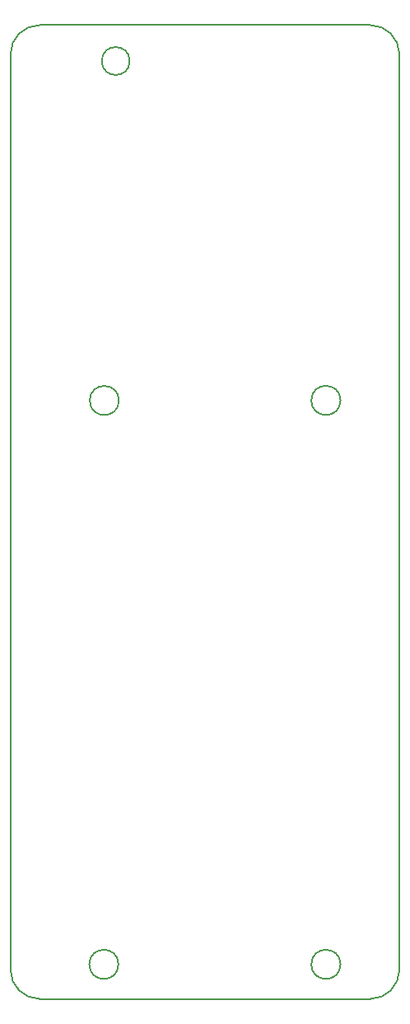
<source format=gm1>
%TF.GenerationSoftware,KiCad,Pcbnew,4.0.4-stable*%
%TF.CreationDate,2017-03-14T05:02:09+02:00*%
%TF.ProjectId,front_prototype,66726F6E745F70726F746F747970652E,rev?*%
%TF.FileFunction,Profile,NP*%
%FSLAX46Y46*%
G04 Gerber Fmt 4.6, Leading zero omitted, Abs format (unit mm)*
G04 Created by KiCad (PCBNEW 4.0.4-stable) date 03/14/17 05:02:09*
%MOMM*%
%LPD*%
G01*
G04 APERTURE LIST*
%ADD10C,0.100000*%
%ADD11C,0.150000*%
G04 APERTURE END LIST*
D10*
D11*
X53760841Y-43688000D02*
G75*
G03X53760841Y-43688000I-1436841J0D01*
G01*
X75435000Y-78538000D02*
G75*
G03X75435000Y-78538000I-1500000J0D01*
G01*
X52650000Y-78550000D02*
G75*
G03X52650000Y-78550000I-1500000J0D01*
G01*
X75435000Y-136450000D02*
G75*
G03X75435000Y-136450000I-1500000J0D01*
G01*
X52600000Y-136450000D02*
G75*
G03X52600000Y-136450000I-1500000J0D01*
G01*
X81500000Y-43000000D02*
G75*
G03X78500000Y-40000000I-3000000J0D01*
G01*
X44500000Y-40000000D02*
G75*
G03X41500000Y-43000000I0J-3000000D01*
G01*
X78500000Y-140000000D02*
G75*
G03X81500000Y-137000000I0J3000000D01*
G01*
X41500000Y-137000000D02*
G75*
G03X44500000Y-140000000I3000000J0D01*
G01*
X41500000Y-43000000D02*
X41500000Y-137000000D01*
X81500000Y-43000000D02*
X81500000Y-137000000D01*
X44500000Y-40000000D02*
X78500000Y-40000000D01*
X44500000Y-140000000D02*
X78500000Y-140000000D01*
M02*

</source>
